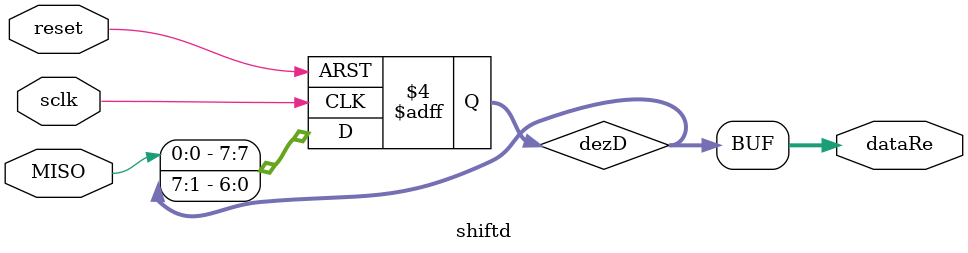
<source format=v>
module shiftd #(parameter N=8)(input sclk, input reset, output reg [N-1:0] dataRe, input MISO);

reg [N-1:0] dezD=0;



//desplazamiento derecha

always @(posedge reset, posedge sclk)
	begin

		if(reset)
			begin
			dezD<=0;
			end
		else
			begin
			dezD<={MISO,dezD[N-1:1]};
			end
	end


always @(dezD)
	dataRe=dezD;
	
endmodule

</source>
